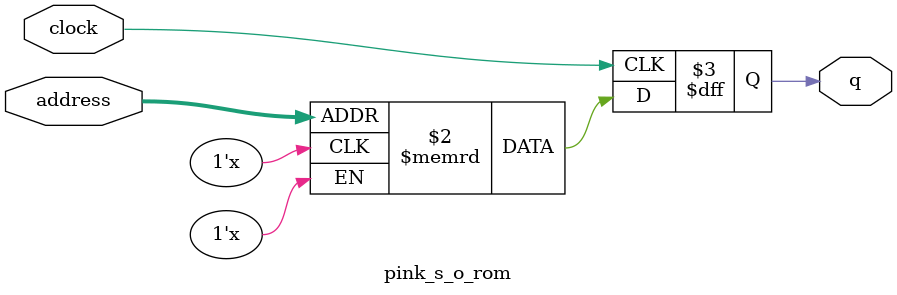
<source format=sv>
module pink_s_o_rom (
	input logic clock,
	input logic [10:0] address,
	output logic [0:0] q
);

logic [0:0] memory [0:1224] /* synthesis ram_init_file = "./pink_s_o/pink_s_o.mif" */;

always_ff @ (posedge clock) begin
	q <= memory[address];
end

endmodule

</source>
